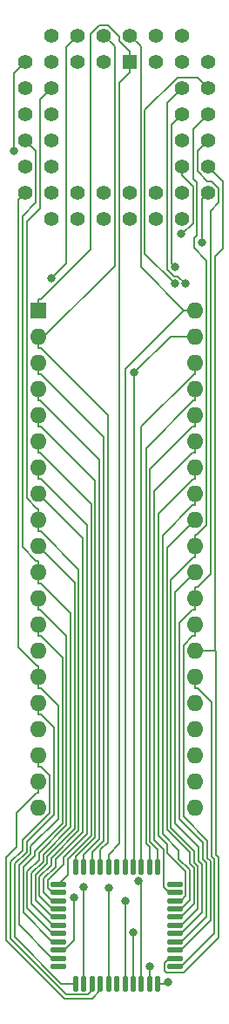
<source format=gbr>
%TF.GenerationSoftware,KiCad,Pcbnew,(6.0.4)*%
%TF.CreationDate,2022-05-05T02:24:40+01:00*%
%TF.ProjectId,Z80 QFP & LCC to DIL,5a383020-5146-4502-9026-204c43432074,rev?*%
%TF.SameCoordinates,Original*%
%TF.FileFunction,Copper,L1,Top*%
%TF.FilePolarity,Positive*%
%FSLAX46Y46*%
G04 Gerber Fmt 4.6, Leading zero omitted, Abs format (unit mm)*
G04 Created by KiCad (PCBNEW (6.0.4)) date 2022-05-05 02:24:40*
%MOMM*%
%LPD*%
G01*
G04 APERTURE LIST*
G04 Aperture macros list*
%AMRoundRect*
0 Rectangle with rounded corners*
0 $1 Rounding radius*
0 $2 $3 $4 $5 $6 $7 $8 $9 X,Y pos of 4 corners*
0 Add a 4 corners polygon primitive as box body*
4,1,4,$2,$3,$4,$5,$6,$7,$8,$9,$2,$3,0*
0 Add four circle primitives for the rounded corners*
1,1,$1+$1,$2,$3*
1,1,$1+$1,$4,$5*
1,1,$1+$1,$6,$7*
1,1,$1+$1,$8,$9*
0 Add four rect primitives between the rounded corners*
20,1,$1+$1,$2,$3,$4,$5,0*
20,1,$1+$1,$4,$5,$6,$7,0*
20,1,$1+$1,$6,$7,$8,$9,0*
20,1,$1+$1,$8,$9,$2,$3,0*%
G04 Aperture macros list end*
%TA.AperFunction,SMDPad,CuDef*%
%ADD10RoundRect,0.137500X-0.600000X-0.137500X0.600000X-0.137500X0.600000X0.137500X-0.600000X0.137500X0*%
%TD*%
%TA.AperFunction,SMDPad,CuDef*%
%ADD11RoundRect,0.137500X-0.137500X-0.600000X0.137500X-0.600000X0.137500X0.600000X-0.137500X0.600000X0*%
%TD*%
%TA.AperFunction,ComponentPad*%
%ADD12R,1.600000X1.600000*%
%TD*%
%TA.AperFunction,ComponentPad*%
%ADD13O,1.600000X1.600000*%
%TD*%
%TA.AperFunction,ComponentPad*%
%ADD14R,1.422400X1.422400*%
%TD*%
%TA.AperFunction,ComponentPad*%
%ADD15C,1.422400*%
%TD*%
%TA.AperFunction,ViaPad*%
%ADD16C,0.800000*%
%TD*%
%TA.AperFunction,Conductor*%
%ADD17C,0.200000*%
%TD*%
G04 APERTURE END LIST*
D10*
%TO.P,IC2,1,CLK*%
%TO.N,/CLK*%
X135307500Y-150940000D03*
%TO.P,IC2,2,D4*%
%TO.N,/DA4*%
X135307500Y-151740000D03*
%TO.P,IC2,3,D3*%
%TO.N,/DA3*%
X135307500Y-152540000D03*
%TO.P,IC2,4,D5*%
%TO.N,/DA5*%
X135307500Y-153340000D03*
%TO.P,IC2,5,D6*%
%TO.N,/DA6*%
X135307500Y-154140000D03*
%TO.P,IC2,6,+5V*%
%TO.N,/+5V*%
X135307500Y-154940000D03*
%TO.P,IC2,7,D2*%
%TO.N,/DA2*%
X135307500Y-155740000D03*
%TO.P,IC2,8,D7*%
%TO.N,/DA7*%
X135307500Y-156540000D03*
%TO.P,IC2,9,D0*%
%TO.N,/DA0*%
X135307500Y-157340000D03*
%TO.P,IC2,10,D1*%
%TO.N,/DA1*%
X135307500Y-158140000D03*
%TO.P,IC2,11,NC*%
%TO.N,unconnected-(IC2-Pad11)*%
X135307500Y-158940000D03*
D11*
%TO.P,IC2,12,INT*%
%TO.N,/~{INT}*%
X136970000Y-160602500D03*
%TO.P,IC2,13,NMI*%
%TO.N,/~{NMI}*%
X137770000Y-160602500D03*
%TO.P,IC2,14,HALT*%
%TO.N,/~{HALT}*%
X138570000Y-160602500D03*
%TO.P,IC2,15,MREQ*%
%TO.N,/~{MREQ}*%
X139370000Y-160602500D03*
%TO.P,IC2,16,IOREQ*%
%TO.N,/~{IOREQ}*%
X140170000Y-160602500D03*
%TO.P,IC2,17,NC*%
%TO.N,unconnected-(IC2-Pad17)*%
X140970000Y-160602500D03*
%TO.P,IC2,18,RD*%
%TO.N,/~{RD}*%
X141770000Y-160602500D03*
%TO.P,IC2,19,WR*%
%TO.N,/~{WR}*%
X142570000Y-160602500D03*
%TO.P,IC2,20,BUSACK*%
%TO.N,/~{BUSAK}*%
X143370000Y-160602500D03*
%TO.P,IC2,21,WAIT*%
%TO.N,/~{WAIT}*%
X144170000Y-160602500D03*
%TO.P,IC2,22,BURSREQ*%
%TO.N,/~{BUSRQ}*%
X144970000Y-160602500D03*
D10*
%TO.P,IC2,23,RESET*%
%TO.N,/~{RESET}*%
X146632500Y-158940000D03*
%TO.P,IC2,24,M1*%
%TO.N,/~{M1}*%
X146632500Y-158140000D03*
%TO.P,IC2,25,RFSH*%
%TO.N,/~{REFSH}*%
X146632500Y-157340000D03*
%TO.P,IC2,26,GND*%
%TO.N,/GND*%
X146632500Y-156540000D03*
%TO.P,IC2,27,A0*%
%TO.N,/A0*%
X146632500Y-155740000D03*
%TO.P,IC2,28,A1*%
%TO.N,/A1*%
X146632500Y-154940000D03*
%TO.P,IC2,29,A2*%
%TO.N,/A2*%
X146632500Y-154140000D03*
%TO.P,IC2,30,A3*%
%TO.N,/A3*%
X146632500Y-153340000D03*
%TO.P,IC2,31,A4*%
%TO.N,/A4*%
X146632500Y-152540000D03*
%TO.P,IC2,32,A5*%
%TO.N,/A5*%
X146632500Y-151740000D03*
%TO.P,IC2,33,NC*%
%TO.N,unconnected-(IC2-Pad33)*%
X146632500Y-150940000D03*
D11*
%TO.P,IC2,34,A6*%
%TO.N,/A6*%
X144970000Y-149277500D03*
%TO.P,IC2,35,A7*%
%TO.N,/A7*%
X144170000Y-149277500D03*
%TO.P,IC2,36,A8*%
%TO.N,/A8*%
X143370000Y-149277500D03*
%TO.P,IC2,37,A9*%
%TO.N,/A9*%
X142570000Y-149277500D03*
%TO.P,IC2,38,A10*%
%TO.N,/A10*%
X141770000Y-149277500D03*
%TO.P,IC2,39,NC*%
%TO.N,unconnected-(IC2-Pad39)*%
X140970000Y-149277500D03*
%TO.P,IC2,40,A11*%
%TO.N,/A11*%
X140170000Y-149277500D03*
%TO.P,IC2,41,A12*%
%TO.N,/A12*%
X139370000Y-149277500D03*
%TO.P,IC2,42,A13*%
%TO.N,/A13*%
X138570000Y-149277500D03*
%TO.P,IC2,43,A14*%
%TO.N,/A14*%
X137770000Y-149277500D03*
%TO.P,IC2,44,A15*%
%TO.N,/A15*%
X136970000Y-149277500D03*
%TD*%
D12*
%TO.P,IC3,1,A11*%
%TO.N,/A11*%
X133350000Y-95250000D03*
D13*
%TO.P,IC3,2,A12*%
%TO.N,/A12*%
X133350000Y-97790000D03*
%TO.P,IC3,3,A13*%
%TO.N,/A13*%
X133350000Y-100330000D03*
%TO.P,IC3,4,A14*%
%TO.N,/A14*%
X133350000Y-102870000D03*
%TO.P,IC3,5,A15*%
%TO.N,/A15*%
X133350000Y-105410000D03*
%TO.P,IC3,6,CLK*%
%TO.N,/CLK*%
X133350000Y-107950000D03*
%TO.P,IC3,7,D4*%
%TO.N,/DA4*%
X133350000Y-110490000D03*
%TO.P,IC3,8,D3*%
%TO.N,/DA3*%
X133350000Y-113030000D03*
%TO.P,IC3,9,D5*%
%TO.N,/DA5*%
X133350000Y-115570000D03*
%TO.P,IC3,10,D6*%
%TO.N,/DA6*%
X133350000Y-118110000D03*
%TO.P,IC3,11,VCC*%
%TO.N,/+5V*%
X133350000Y-120650000D03*
%TO.P,IC3,12,D2*%
%TO.N,/DA2*%
X133350000Y-123190000D03*
%TO.P,IC3,13,D7*%
%TO.N,/DA7*%
X133350000Y-125730000D03*
%TO.P,IC3,14,D0*%
%TO.N,/DA0*%
X133350000Y-128270000D03*
%TO.P,IC3,15,D1*%
%TO.N,/DA1*%
X133350000Y-130810000D03*
%TO.P,IC3,16,INT*%
%TO.N,/~{INT}*%
X133350000Y-133350000D03*
%TO.P,IC3,17,NMI*%
%TO.N,/~{NMI}*%
X133350000Y-135890000D03*
%TO.P,IC3,18,HALT*%
%TO.N,/~{HALT}*%
X133350000Y-138430000D03*
%TO.P,IC3,19,MREQ*%
%TO.N,/~{MREQ}*%
X133350000Y-140970000D03*
%TO.P,IC3,20,IORQ*%
%TO.N,/~{IOREQ}*%
X133350000Y-143510000D03*
%TO.P,IC3,21,RD*%
%TO.N,/~{RD}*%
X148590000Y-143510000D03*
%TO.P,IC3,22,WR*%
%TO.N,/~{WR}*%
X148590000Y-140970000D03*
%TO.P,IC3,23,BUSAK*%
%TO.N,/~{BUSAK}*%
X148590000Y-138430000D03*
%TO.P,IC3,24,WAIT*%
%TO.N,/~{WAIT}*%
X148590000Y-135890000D03*
%TO.P,IC3,25,BUSRQ*%
%TO.N,/~{BUSRQ}*%
X148590000Y-133350000D03*
%TO.P,IC3,26,RESET*%
%TO.N,/~{RESET}*%
X148590000Y-130810000D03*
%TO.P,IC3,27,M1*%
%TO.N,/~{M1}*%
X148590000Y-128270000D03*
%TO.P,IC3,28,RFSH*%
%TO.N,/~{REFSH}*%
X148590000Y-125730000D03*
%TO.P,IC3,29,GND*%
%TO.N,/GND*%
X148590000Y-123190000D03*
%TO.P,IC3,30,A0*%
%TO.N,/A0*%
X148590000Y-120650000D03*
%TO.P,IC3,31,A1*%
%TO.N,/A1*%
X148590000Y-118110000D03*
%TO.P,IC3,32,A2*%
%TO.N,/A2*%
X148590000Y-115570000D03*
%TO.P,IC3,33,A3*%
%TO.N,/A3*%
X148590000Y-113030000D03*
%TO.P,IC3,34,A4*%
%TO.N,/A4*%
X148590000Y-110490000D03*
%TO.P,IC3,35,A5*%
%TO.N,/A5*%
X148590000Y-107950000D03*
%TO.P,IC3,36,A6*%
%TO.N,/A6*%
X148590000Y-105410000D03*
%TO.P,IC3,37,A7*%
%TO.N,/A7*%
X148590000Y-102870000D03*
%TO.P,IC3,38,A8*%
%TO.N,/A8*%
X148590000Y-100330000D03*
%TO.P,IC3,39,A9*%
%TO.N,/A9*%
X148590000Y-97790000D03*
%TO.P,IC3,40,A10*%
%TO.N,/A10*%
X148590000Y-95250000D03*
%TD*%
D14*
%TO.P,IC1,1,A11*%
%TO.N,/A11*%
X142240000Y-71120000D03*
D15*
%TO.P,IC1,2,A12*%
%TO.N,/A12*%
X139700000Y-68580000D03*
%TO.P,IC1,3,A13*%
%TO.N,/A13*%
X139700000Y-71120000D03*
%TO.P,IC1,4,A14*%
%TO.N,/A14*%
X137160000Y-68580000D03*
%TO.P,IC1,5,A15*%
%TO.N,/A15*%
X137160000Y-71120000D03*
%TO.P,IC1,6,NC*%
%TO.N,unconnected-(IC1-Pad6)*%
X134620000Y-68580000D03*
%TO.P,IC1,7,CLK*%
%TO.N,/CLK*%
X132080000Y-71120000D03*
%TO.P,IC1,8,D4*%
%TO.N,/DA4*%
X134620000Y-71120000D03*
%TO.P,IC1,9,D3*%
%TO.N,/DA3*%
X132080000Y-73660000D03*
%TO.P,IC1,10,D5*%
%TO.N,/DA5*%
X134620000Y-73660000D03*
%TO.P,IC1,11,D6*%
%TO.N,/DA6*%
X132080000Y-76200000D03*
%TO.P,IC1,12,NC*%
%TO.N,unconnected-(IC1-Pad12)*%
X134620000Y-76200000D03*
%TO.P,IC1,13,+5V*%
%TO.N,/+5V*%
X132080000Y-78740000D03*
%TO.P,IC1,14,D2*%
%TO.N,/DA2*%
X134620000Y-78740000D03*
%TO.P,IC1,15,D7*%
%TO.N,/DA7*%
X132080000Y-81280000D03*
%TO.P,IC1,16,D0*%
%TO.N,/DA0*%
X134620000Y-81280000D03*
%TO.P,IC1,17,D1*%
%TO.N,/DA1*%
X132080000Y-83820000D03*
%TO.P,IC1,18,INT*%
%TO.N,/~{INT}*%
X134620000Y-86360000D03*
%TO.P,IC1,19,NMI*%
%TO.N,/~{NMI}*%
X134620000Y-83820000D03*
%TO.P,IC1,20,HALT*%
%TO.N,/~{HALT}*%
X137160000Y-86360000D03*
%TO.P,IC1,21,MREQ*%
%TO.N,/~{MREQ}*%
X137160000Y-83820000D03*
%TO.P,IC1,22,IOREQ*%
%TO.N,/~{IOREQ}*%
X139700000Y-86360000D03*
%TO.P,IC1,23,RD*%
%TO.N,/~{RD}*%
X139700000Y-83820000D03*
%TO.P,IC1,24,NC*%
%TO.N,unconnected-(IC1-Pad24)*%
X142240000Y-86360000D03*
%TO.P,IC1,25,NC*%
%TO.N,unconnected-(IC1-Pad25)*%
X142240000Y-83820000D03*
%TO.P,IC1,26,WR*%
%TO.N,/~{WR}*%
X144780000Y-86360000D03*
%TO.P,IC1,27,BUSACK*%
%TO.N,/~{BUSAK}*%
X144780000Y-83820000D03*
%TO.P,IC1,28,WAIT*%
%TO.N,/~{WAIT}*%
X147320000Y-86360000D03*
%TO.P,IC1,29,BURSREQ*%
%TO.N,/~{BUSRQ}*%
X149860000Y-83820000D03*
%TO.P,IC1,30,RESET*%
%TO.N,/~{RESET}*%
X147320000Y-83820000D03*
%TO.P,IC1,31,M1*%
%TO.N,/~{M1}*%
X149860000Y-81280000D03*
%TO.P,IC1,32,RFSH*%
%TO.N,/~{REFSH}*%
X147320000Y-81280000D03*
%TO.P,IC1,33,GND*%
%TO.N,/GND*%
X149860000Y-78740000D03*
%TO.P,IC1,34,A0*%
%TO.N,/A0*%
X147320000Y-78740000D03*
%TO.P,IC1,35,A1*%
%TO.N,/A1*%
X149860000Y-76200000D03*
%TO.P,IC1,36,A2*%
%TO.N,/A2*%
X147320000Y-76200000D03*
%TO.P,IC1,37,A3*%
%TO.N,/A3*%
X149860000Y-73660000D03*
%TO.P,IC1,38,A4*%
%TO.N,/A4*%
X147320000Y-73660000D03*
%TO.P,IC1,39,A5*%
%TO.N,/A5*%
X149860000Y-71120000D03*
%TO.P,IC1,40,A6*%
%TO.N,/A6*%
X147320000Y-68580000D03*
%TO.P,IC1,41,A7*%
%TO.N,/A7*%
X147320000Y-71120000D03*
%TO.P,IC1,42,A8*%
%TO.N,/A8*%
X144780000Y-68580000D03*
%TO.P,IC1,43,A9*%
%TO.N,/A9*%
X144780000Y-71120000D03*
%TO.P,IC1,44,A10*%
%TO.N,/A10*%
X142240000Y-68580000D03*
%TD*%
D16*
%TO.N,/A14*%
X134590800Y-92134300D03*
%TO.N,/CLK*%
X131004300Y-79738300D03*
%TO.N,/DA0*%
X136795700Y-152255800D03*
%TO.N,/~{NMI}*%
X137770000Y-151222900D03*
%TO.N,/~{IOREQ}*%
X140170000Y-151320800D03*
%TO.N,/~{RD}*%
X141770000Y-152586300D03*
%TO.N,/~{WR}*%
X142570000Y-155647100D03*
%TO.N,/~{BUSAK}*%
X143113500Y-150623000D03*
%TO.N,/~{WAIT}*%
X144170000Y-158925200D03*
%TO.N,/~{BUSRQ}*%
X149231300Y-88672600D03*
X145947800Y-160482500D03*
%TO.N,/~{REFSH}*%
X147211100Y-87800700D03*
%TO.N,/A2*%
X146618000Y-91014600D03*
%TO.N,/A3*%
X146611400Y-92663000D03*
%TO.N,/A4*%
X147616700Y-92648100D03*
%TO.N,/A9*%
X142680800Y-101297800D03*
%TD*%
D17*
%TO.N,/A11*%
X140170000Y-149277500D02*
X140170000Y-148074500D01*
X133350000Y-94149700D02*
X133574700Y-94149700D01*
X142240000Y-71120000D02*
X142240000Y-72131500D01*
X133350000Y-95250000D02*
X133350000Y-94149700D01*
X140157100Y-67562600D02*
X141228500Y-68634000D01*
X141228500Y-68634000D02*
X141228500Y-69097000D01*
X141228500Y-73143000D02*
X142240000Y-72131500D01*
X138430000Y-68418700D02*
X139286100Y-67562600D01*
X139286100Y-67562600D02*
X140157100Y-67562600D01*
X140170000Y-148074500D02*
X141228500Y-147016000D01*
X141228500Y-147016000D02*
X141228500Y-73143000D01*
X138430000Y-89294400D02*
X138430000Y-68418700D01*
X141228500Y-69097000D02*
X142240000Y-70108500D01*
X133574700Y-94149700D02*
X138430000Y-89294400D01*
X142240000Y-71120000D02*
X142240000Y-70108500D01*
%TO.N,/A12*%
X133350000Y-98340100D02*
X133350000Y-98890300D01*
X133350000Y-97790000D02*
X133350000Y-98340100D01*
X133578000Y-98890300D02*
X133350000Y-98890300D01*
X133350000Y-98340100D02*
X140757600Y-90932500D01*
X139370000Y-149277500D02*
X139370000Y-147597600D01*
X140757600Y-69637600D02*
X139700000Y-68580000D01*
X140076600Y-146891000D02*
X140076600Y-105388900D01*
X140757600Y-90932500D02*
X140757600Y-69637600D01*
X139370000Y-147597600D02*
X140076600Y-146891000D01*
X140076600Y-105388900D02*
X133578000Y-98890300D01*
%TO.N,/A13*%
X133350000Y-100330000D02*
X133350000Y-101430300D01*
X138570000Y-147831500D02*
X139676300Y-146725200D01*
X133578000Y-101430300D02*
X133350000Y-101430300D01*
X139676300Y-107528600D02*
X133578000Y-101430300D01*
X138570000Y-149277500D02*
X138570000Y-147831500D01*
X139676300Y-146725200D02*
X139676300Y-107528600D01*
%TO.N,/A14*%
X133548000Y-103970300D02*
X133350000Y-103970300D01*
X133350000Y-102870000D02*
X133350000Y-103970300D01*
X139276000Y-146559400D02*
X139276000Y-109698300D01*
X136031900Y-69708100D02*
X137160000Y-68580000D01*
X136031900Y-90693200D02*
X136031900Y-69708100D01*
X137770000Y-148065400D02*
X139276000Y-146559400D01*
X134590800Y-92134300D02*
X136031900Y-90693200D01*
X137770000Y-149277500D02*
X137770000Y-148065400D01*
X139276000Y-109698300D02*
X133548000Y-103970300D01*
%TO.N,/A15*%
X138875700Y-146393600D02*
X138875700Y-111808000D01*
X133350000Y-105410000D02*
X133350000Y-106510300D01*
X136970000Y-149277500D02*
X136970000Y-148299300D01*
X138875700Y-111808000D02*
X133578000Y-106510300D01*
X133578000Y-106510300D02*
X133350000Y-106510300D01*
X136970000Y-148299300D02*
X138875700Y-146393600D01*
%TO.N,/CLK*%
X136220400Y-148482800D02*
X138475400Y-146227800D01*
X136220400Y-150027100D02*
X136220400Y-148482800D01*
X138475400Y-114038000D02*
X133487700Y-109050300D01*
X133487700Y-109050300D02*
X133350000Y-109050300D01*
X138475400Y-146227800D02*
X138475400Y-114038000D01*
X133350000Y-107950000D02*
X133350000Y-109050300D01*
X131004300Y-79738300D02*
X131004300Y-72195700D01*
X131004300Y-72195700D02*
X132080000Y-71120000D01*
X135307500Y-150940000D02*
X136220400Y-150027100D01*
%TO.N,/DA4*%
X133350000Y-110490000D02*
X133350000Y-111590300D01*
X138075100Y-116087400D02*
X133578000Y-111590300D01*
X134737700Y-151740000D02*
X134266000Y-151268300D01*
X134266000Y-151268300D02*
X134266000Y-150564300D01*
X138075100Y-146062000D02*
X138075100Y-116087400D01*
X135820100Y-149010200D02*
X135820100Y-148317000D01*
X134266000Y-150564300D02*
X135820100Y-149010200D01*
X133578000Y-111590300D02*
X133350000Y-111590300D01*
X135307500Y-151740000D02*
X134737700Y-151740000D01*
X135820100Y-148317000D02*
X138075100Y-146062000D01*
%TO.N,/DA3*%
X133865700Y-151687100D02*
X133865700Y-150398400D01*
X135307500Y-152540000D02*
X134718600Y-152540000D01*
X135019500Y-148551500D02*
X137674800Y-145896200D01*
X134718600Y-152540000D02*
X133865700Y-151687100D01*
X137674800Y-145896200D02*
X137674800Y-117354800D01*
X135019500Y-149244600D02*
X135019500Y-148551500D01*
X137674800Y-117354800D02*
X133350000Y-113030000D01*
X133865700Y-150398400D02*
X135019500Y-149244600D01*
%TO.N,/DA5*%
X133350000Y-114469700D02*
X133212500Y-114469700D01*
X132203900Y-113461100D02*
X132203900Y-86636500D01*
X134699600Y-153340000D02*
X133465400Y-152105800D01*
X133491900Y-74788100D02*
X134620000Y-73660000D01*
X133212500Y-114469700D02*
X132203900Y-113461100D01*
X133491900Y-85348500D02*
X133491900Y-74788100D01*
X133350000Y-115570000D02*
X133350000Y-114469700D01*
X132203900Y-86636500D02*
X133491900Y-85348500D01*
X133465400Y-150232600D02*
X134619200Y-149078800D01*
X133350000Y-115570000D02*
X133350000Y-116670300D01*
X133578000Y-116670300D02*
X133350000Y-116670300D01*
X134619200Y-149078800D02*
X134619200Y-148385700D01*
X133465400Y-152105800D02*
X133465400Y-150232600D01*
X134619200Y-148385700D02*
X137274500Y-145730400D01*
X137274500Y-120366800D02*
X133578000Y-116670300D01*
X135307500Y-153340000D02*
X134699600Y-153340000D01*
X137274500Y-145730400D02*
X137274500Y-120366800D01*
%TO.N,/DA6*%
X134218900Y-148219900D02*
X136874200Y-145564600D01*
X135307500Y-154140000D02*
X134703800Y-154140000D01*
X134218900Y-148913000D02*
X134218900Y-148219900D01*
X136874200Y-121634200D02*
X133350000Y-118110000D01*
X133065100Y-152501300D02*
X133065100Y-150066800D01*
X134703800Y-154140000D02*
X133065100Y-152501300D01*
X136874200Y-145564600D02*
X136874200Y-121634200D01*
X133065100Y-150066800D02*
X134218900Y-148913000D01*
%TO.N,/+5V*%
X133818600Y-148054100D02*
X136473900Y-145398800D01*
X133578000Y-121750300D02*
X133350000Y-121750300D01*
X136473900Y-145398800D02*
X136473900Y-124646200D01*
X133091600Y-84782400D02*
X131803500Y-86070500D01*
X133350000Y-120650000D02*
X133350000Y-119549700D01*
X131803500Y-118231200D02*
X133122000Y-119549700D01*
X136473900Y-124646200D02*
X133578000Y-121750300D01*
X133122000Y-119549700D02*
X133350000Y-119549700D01*
X133091600Y-79751600D02*
X133091600Y-84782400D01*
X132664800Y-152861600D02*
X132664800Y-149901000D01*
X133818600Y-148747200D02*
X133818600Y-148054100D01*
X134743200Y-154940000D02*
X132664800Y-152861600D01*
X135307500Y-154940000D02*
X134743200Y-154940000D01*
X132664800Y-149901000D02*
X133818600Y-148747200D01*
X131803500Y-86070500D02*
X131803500Y-118231200D01*
X132080000Y-78740000D02*
X133091600Y-79751600D01*
X133350000Y-120650000D02*
X133350000Y-121750300D01*
%TO.N,/DA2*%
X133484700Y-124290300D02*
X133350000Y-124290300D01*
X132264500Y-153282400D02*
X132264500Y-149735200D01*
X136073600Y-126879200D02*
X133484700Y-124290300D01*
X133418300Y-147888300D02*
X136073600Y-145233000D01*
X132264500Y-149735200D02*
X133418300Y-148581400D01*
X135307500Y-155740000D02*
X134722100Y-155740000D01*
X134722100Y-155740000D02*
X132264500Y-153282400D01*
X133350000Y-123190000D02*
X133350000Y-124290300D01*
X136073600Y-145233000D02*
X136073600Y-126879200D01*
X133418300Y-148581400D02*
X133418300Y-147888300D01*
%TO.N,/DA7*%
X133018000Y-148132400D02*
X133018000Y-147722500D01*
X133018000Y-147722500D02*
X135673300Y-145067200D01*
X131864200Y-153707100D02*
X131864200Y-149286200D01*
X134697100Y-156540000D02*
X131864200Y-153707100D01*
X135307500Y-156540000D02*
X134697100Y-156540000D01*
X133350000Y-125730000D02*
X133350000Y-126830300D01*
X135673300Y-145067200D02*
X135673300Y-128925600D01*
X135673300Y-128925600D02*
X133578000Y-126830300D01*
X131864200Y-149286200D02*
X133018000Y-148132400D01*
X133578000Y-126830300D02*
X133350000Y-126830300D01*
%TO.N,/DA0*%
X135872600Y-157340000D02*
X136795700Y-156416900D01*
X135307500Y-157340000D02*
X135872600Y-157340000D01*
X136795700Y-156416900D02*
X136795700Y-152255800D01*
%TO.N,/DA1*%
X132617700Y-147966600D02*
X131463900Y-149120400D01*
X132080000Y-83820000D02*
X131403200Y-84496800D01*
X133212500Y-129709700D02*
X133350000Y-129709700D01*
X134739600Y-158140000D02*
X135307500Y-158140000D01*
X131403200Y-127900400D02*
X133212500Y-129709700D01*
X135266000Y-133598300D02*
X135266000Y-144616000D01*
X135266000Y-144616000D02*
X132617700Y-147264300D01*
X131463900Y-149120400D02*
X131463900Y-154864300D01*
X133578000Y-131910300D02*
X135266000Y-133598300D01*
X133350000Y-130810000D02*
X133350000Y-131910300D01*
X131403200Y-84496800D02*
X131403200Y-127900400D01*
X133350000Y-130810000D02*
X133350000Y-129709700D01*
X131463900Y-154864300D02*
X134739600Y-158140000D01*
X133350000Y-131910300D02*
X133578000Y-131910300D01*
X132617700Y-147264300D02*
X132617700Y-147966600D01*
%TO.N,/~{INT}*%
X132217400Y-147800800D02*
X131063600Y-148954600D01*
X135583600Y-160602500D02*
X136970000Y-160602500D01*
X133578000Y-134450300D02*
X134856200Y-135728500D01*
X131063600Y-156082500D02*
X135583600Y-160602500D01*
X131063600Y-148954600D02*
X131063600Y-156082500D01*
X133350000Y-134450300D02*
X133578000Y-134450300D01*
X133350000Y-133350000D02*
X133350000Y-134450300D01*
X134856200Y-144186000D02*
X132217400Y-146824800D01*
X134856200Y-135728500D02*
X134856200Y-144186000D01*
X132217400Y-146824800D02*
X132217400Y-147800800D01*
%TO.N,/~{NMI}*%
X137770000Y-160602500D02*
X137770000Y-151222900D01*
%TO.N,/~{HALT}*%
X134455800Y-144020300D02*
X134455800Y-140408100D01*
X131817100Y-147635000D02*
X131817100Y-146659000D01*
X138570000Y-160602500D02*
X138570000Y-161220100D01*
X131817100Y-146659000D02*
X134455800Y-144020300D01*
X138144400Y-161645700D02*
X136060500Y-161645700D01*
X130663300Y-156248500D02*
X130663300Y-148788800D01*
X136060500Y-161645700D02*
X130663300Y-156248500D01*
X134455800Y-140408100D02*
X133578000Y-139530300D01*
X138570000Y-161220100D02*
X138144400Y-161645700D01*
X133350000Y-138430000D02*
X133350000Y-139530300D01*
X130663300Y-148788800D02*
X131817100Y-147635000D01*
X133578000Y-139530300D02*
X133350000Y-139530300D01*
%TO.N,/~{MREQ}*%
X133350000Y-140970000D02*
X133350000Y-142070300D01*
X133350000Y-142070300D02*
X133212500Y-142070300D01*
X139370000Y-161234200D02*
X139370000Y-160602500D01*
X130250100Y-156402800D02*
X135893400Y-162046100D01*
X133212500Y-142070300D02*
X131255400Y-144027400D01*
X131255400Y-144027400D02*
X131255400Y-147333300D01*
X130250100Y-148338600D02*
X130250100Y-156402800D01*
X135893400Y-162046100D02*
X138558100Y-162046100D01*
X138558100Y-162046100D02*
X139370000Y-161234200D01*
X131255400Y-147333300D02*
X130250100Y-148338600D01*
%TO.N,/~{IOREQ}*%
X140170000Y-160602500D02*
X140170000Y-151320800D01*
%TO.N,/~{RD}*%
X141770000Y-152586300D02*
X141770000Y-160602500D01*
%TO.N,/~{WR}*%
X142570000Y-160602500D02*
X142570000Y-155647100D01*
%TO.N,/~{BUSAK}*%
X143370000Y-160602500D02*
X143370000Y-150879500D01*
X143370000Y-150879500D02*
X143113500Y-150623000D01*
%TO.N,/~{WAIT}*%
X144170000Y-160602500D02*
X144170000Y-158925200D01*
%TO.N,/~{BUSRQ}*%
X149231300Y-84448700D02*
X149860000Y-83820000D01*
X149231300Y-88672600D02*
X149231300Y-84448700D01*
X145827800Y-160602500D02*
X145947800Y-160482500D01*
X144970000Y-160602500D02*
X145827800Y-160602500D01*
%TO.N,/~{RESET}*%
X148590000Y-130810000D02*
X148590000Y-131910300D01*
X150478100Y-155717500D02*
X150478100Y-148538300D01*
X150206000Y-148266200D02*
X150206000Y-133298300D01*
X150206000Y-133298300D02*
X148818000Y-131910300D01*
X147255600Y-158940000D02*
X150478100Y-155717500D01*
X150478100Y-148538300D02*
X150206000Y-148266200D01*
X148818000Y-131910300D02*
X148590000Y-131910300D01*
X146632500Y-158940000D02*
X147255600Y-158940000D01*
%TO.N,/~{M1}*%
X150610000Y-128382000D02*
X150498000Y-128270000D01*
X149690300Y-128270000D02*
X150498000Y-128270000D01*
X150878400Y-156108100D02*
X150878400Y-148372500D01*
X146041300Y-158140000D02*
X145594200Y-158587100D01*
X145804600Y-159543900D02*
X147442600Y-159543900D01*
X150521100Y-89977600D02*
X151290900Y-89207800D01*
X151290900Y-89207800D02*
X151290900Y-82710900D01*
X151290900Y-82710900D02*
X149860000Y-81280000D01*
X150610000Y-148104100D02*
X150610000Y-128382000D01*
X148590000Y-128270000D02*
X149690300Y-128270000D01*
X147442600Y-159543900D02*
X150878400Y-156108100D01*
X150878400Y-148372500D02*
X150610000Y-148104100D01*
X150521100Y-128246900D02*
X150521100Y-89977600D01*
X145594200Y-158587100D02*
X145594200Y-159333500D01*
X150498000Y-128270000D02*
X150521100Y-128246900D01*
X145594200Y-159333500D02*
X145804600Y-159543900D01*
X146632500Y-158140000D02*
X146041300Y-158140000D01*
%TO.N,/~{REFSH}*%
X147212900Y-157340000D02*
X150077800Y-154475100D01*
X147328400Y-87800700D02*
X148381500Y-86747600D01*
X146632500Y-157340000D02*
X147212900Y-157340000D01*
X148590000Y-125730000D02*
X148590000Y-126830300D01*
X149803700Y-146723900D02*
X147464400Y-144384600D01*
X150077800Y-154475100D02*
X150077800Y-148704100D01*
X147464400Y-127727900D02*
X148362000Y-126830300D01*
X149803700Y-148430000D02*
X149803700Y-146723900D01*
X148381500Y-86747600D02*
X148381500Y-83210600D01*
X147464400Y-144384600D02*
X147464400Y-127727900D01*
X148381500Y-83210600D02*
X147320000Y-82149100D01*
X148362000Y-126830300D02*
X148590000Y-126830300D01*
X147320000Y-82149100D02*
X147320000Y-81280000D01*
X147211100Y-87800700D02*
X147328400Y-87800700D01*
X150077800Y-148704100D02*
X149803700Y-148430000D01*
%TO.N,/GND*%
X146632500Y-156540000D02*
X147233800Y-156540000D01*
X149355300Y-146885100D02*
X147053900Y-144583700D01*
X150193000Y-82691500D02*
X149776700Y-82691500D01*
X147233800Y-156540000D02*
X149677500Y-154096300D01*
X149355300Y-148547700D02*
X149355300Y-146885100D01*
X148827800Y-79772200D02*
X149860000Y-78740000D01*
X149677500Y-148869900D02*
X149355300Y-148547700D01*
X147053900Y-125598400D02*
X148362000Y-124290300D01*
X148590000Y-123190000D02*
X148590000Y-122089700D01*
X150886700Y-83385200D02*
X150193000Y-82691500D01*
X148827800Y-81742600D02*
X148827800Y-79772200D01*
X149677500Y-154096300D02*
X149677500Y-148869900D01*
X150097800Y-120809900D02*
X150097800Y-85573100D01*
X148362000Y-124290300D02*
X148590000Y-124290300D01*
X148818000Y-122089700D02*
X150097800Y-120809900D01*
X150886700Y-84784200D02*
X150886700Y-83385200D01*
X149776700Y-82691500D02*
X148827800Y-81742600D01*
X150097800Y-85573100D02*
X150886700Y-84784200D01*
X148590000Y-122089700D02*
X148818000Y-122089700D01*
X147053900Y-144583700D02*
X147053900Y-125598400D01*
X148590000Y-123190000D02*
X148590000Y-124290300D01*
%TO.N,/A0*%
X146632500Y-155740000D02*
X147237000Y-155740000D01*
X149277200Y-149035700D02*
X148943100Y-148701600D01*
X148943100Y-148701600D02*
X148943100Y-147322000D01*
X148943100Y-147322000D02*
X146653600Y-145032500D01*
X146653600Y-145032500D02*
X146653600Y-122586400D01*
X147237000Y-155740000D02*
X149277200Y-153699800D01*
X149277200Y-153699800D02*
X149277200Y-149035700D01*
X146653600Y-122586400D02*
X148590000Y-120650000D01*
%TO.N,/A1*%
X146253300Y-121390400D02*
X148433400Y-119210300D01*
X148727500Y-117009700D02*
X149692800Y-116044400D01*
X148433400Y-119210300D02*
X148590000Y-119210300D01*
X148782000Y-82842800D02*
X148381600Y-82442400D01*
X148590000Y-117009700D02*
X148727500Y-117009700D01*
X148519300Y-147747400D02*
X146253300Y-145481400D01*
X148519300Y-148843900D02*
X148519300Y-147747400D01*
X148876900Y-149201500D02*
X148519300Y-148843900D01*
X148477700Y-88243700D02*
X148782000Y-87939400D01*
X149692800Y-90410300D02*
X148477700Y-89195200D01*
X148381600Y-77678400D02*
X149860000Y-76200000D01*
X146632500Y-154940000D02*
X147242700Y-154940000D01*
X148590000Y-118110000D02*
X148590000Y-117009700D01*
X148381600Y-82442400D02*
X148381600Y-77678400D01*
X149692800Y-116044400D02*
X149692800Y-90410300D01*
X148590000Y-118110000D02*
X148590000Y-119210300D01*
X146253300Y-145481400D02*
X146253300Y-121390400D01*
X148782000Y-87939400D02*
X148782000Y-82842800D01*
X147242700Y-154940000D02*
X148876900Y-153305800D01*
X148876900Y-153305800D02*
X148876900Y-149201500D01*
X148477700Y-89195200D02*
X148477700Y-88243700D01*
%TO.N,/A2*%
X146297900Y-90694500D02*
X146618000Y-91014600D01*
X147320000Y-76200000D02*
X146297900Y-77222100D01*
X145853000Y-145647200D02*
X145853000Y-118307000D01*
X146297900Y-77222100D02*
X146297900Y-90694500D01*
X148476600Y-149367300D02*
X148076300Y-148967000D01*
X145853000Y-118307000D02*
X148590000Y-115570000D01*
X146632500Y-154140000D02*
X147196000Y-154140000D01*
X148476600Y-152859400D02*
X148476600Y-149367300D01*
X147196000Y-154140000D02*
X148476600Y-152859400D01*
X148076300Y-147870500D02*
X145853000Y-145647200D01*
X148076300Y-148967000D02*
X148076300Y-147870500D01*
%TO.N,/A3*%
X148362000Y-114130300D02*
X148590000Y-114130300D01*
X143705100Y-75776000D02*
X143705100Y-89756700D01*
X148590000Y-113030000D02*
X148590000Y-114130300D01*
X148076300Y-152462000D02*
X148076300Y-149567600D01*
X148828100Y-72628100D02*
X146853000Y-72628100D01*
X146985400Y-147628800D02*
X145420800Y-146064200D01*
X149860000Y-73660000D02*
X148828100Y-72628100D01*
X147198300Y-153340000D02*
X148076300Y-152462000D01*
X146632500Y-153340000D02*
X147198300Y-153340000D01*
X146985400Y-148476700D02*
X146985400Y-147628800D01*
X145420800Y-117071500D02*
X148362000Y-114130300D01*
X148076300Y-149567600D02*
X146985400Y-148476700D01*
X146853000Y-72628100D02*
X143705100Y-75776000D01*
X145420800Y-146064200D02*
X145420800Y-117071500D01*
X143705100Y-89756700D02*
X146611400Y-92663000D01*
%TO.N,/A4*%
X145897600Y-75082400D02*
X145897600Y-91284600D01*
X146931200Y-91962600D02*
X147616700Y-92648100D01*
X145894500Y-147104000D02*
X145894500Y-147952100D01*
X145020500Y-146230000D02*
X145894500Y-147104000D01*
X146575600Y-91962600D02*
X146931200Y-91962600D01*
X145020500Y-114994600D02*
X145020500Y-146230000D01*
X145894500Y-147952100D02*
X147675800Y-149733400D01*
X147675800Y-149733400D02*
X147675800Y-152064300D01*
X147320000Y-73660000D02*
X145897600Y-75082400D01*
X148590000Y-110490000D02*
X148590000Y-111590300D01*
X147200100Y-152540000D02*
X146632500Y-152540000D01*
X148590000Y-111590300D02*
X148424800Y-111590300D01*
X145897600Y-91284600D02*
X146575600Y-91962600D01*
X147675800Y-152064300D02*
X147200100Y-152540000D01*
X148424800Y-111590300D02*
X145020500Y-114994600D01*
%TO.N,/A5*%
X144620200Y-146678700D02*
X145494200Y-147552700D01*
X144620200Y-112792100D02*
X144620200Y-146678700D01*
X148362000Y-109050300D02*
X144620200Y-112792100D01*
X145494200Y-148117900D02*
X145566300Y-148190000D01*
X145494200Y-147552700D02*
X145494200Y-148117900D01*
X148590000Y-109050300D02*
X148362000Y-109050300D01*
X145566300Y-148190000D02*
X145566300Y-151241700D01*
X145566300Y-151241700D02*
X146064600Y-151740000D01*
X148590000Y-107950000D02*
X148590000Y-109050300D01*
X146064600Y-151740000D02*
X146632500Y-151740000D01*
%TO.N,/A6*%
X148590000Y-105410000D02*
X148590000Y-106510300D01*
X144219900Y-110652400D02*
X144219900Y-146844600D01*
X144970000Y-147594700D02*
X144970000Y-149277500D01*
X144219900Y-146844600D02*
X144970000Y-147594700D01*
X148590000Y-106510300D02*
X148362000Y-106510300D01*
X148362000Y-106510300D02*
X144219900Y-110652400D01*
%TO.N,/A7*%
X148452500Y-103970300D02*
X143819600Y-108603200D01*
X148590000Y-102870000D02*
X148590000Y-103970300D01*
X148590000Y-103970300D02*
X148452500Y-103970300D01*
X143819600Y-108603200D02*
X143819600Y-147010400D01*
X144170000Y-147360800D02*
X144170000Y-149277500D01*
X143819600Y-147010400D02*
X144170000Y-147360800D01*
%TO.N,/A8*%
X148590000Y-101430300D02*
X148464600Y-101430300D01*
X143370000Y-106524900D02*
X143370000Y-149277500D01*
X148590000Y-100330000D02*
X148590000Y-101430300D01*
X148464600Y-101430300D02*
X143370000Y-106524900D01*
%TO.N,/A9*%
X147489700Y-97790000D02*
X146188600Y-97790000D01*
X142680800Y-149166700D02*
X142570000Y-149277500D01*
X148590000Y-97790000D02*
X147489700Y-97790000D01*
X146188600Y-97790000D02*
X142680800Y-101297800D01*
X142680800Y-101297800D02*
X142680800Y-149166700D01*
%TO.N,/A10*%
X143301700Y-91062000D02*
X143301700Y-69641700D01*
X147489700Y-95250000D02*
X141770000Y-100969700D01*
X141770000Y-100969700D02*
X141770000Y-149277500D01*
X148590000Y-95250000D02*
X147489700Y-95250000D01*
X147489700Y-95250000D02*
X143301700Y-91062000D01*
X143301700Y-69641700D02*
X142240000Y-68580000D01*
%TD*%
M02*

</source>
